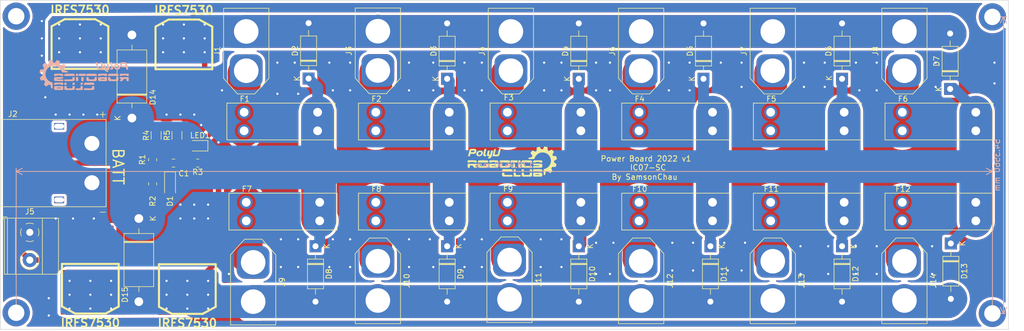
<source format=kicad_pcb>
(kicad_pcb (version 20211014) (generator pcbnew)
  (layers (0 "F.Cu" signal) (31 "B.Cu" signal) (34 "B.Paste" user) (35 "F.Paste" user) (36 "B.SilkS" user "B.Silkscreen") (37 "F.SilkS" user "F.Silkscreen") (38 "B.Mask" user) (39 "F.Mask" user) (44 "Edge.Cuts" user))
  (net 0 "")
  (net 1 "Net-(C1-Pad1)")
  (net 2 "/SW_NC")
  (net 3 "-BATT")
  (net 4 "Net-(F1-Pad1)")
  (net 5 "+24V")
  (net 6 "Net-(F2-Pad1)")
  (net 7 "Net-(F3-Pad1)")
  (net 8 "Net-(F4-Pad1)")
  (net 9 "Net-(F5-Pad1)")
  (net 10 "Net-(F6-Pad1)")
  (net 11 "Net-(F7-Pad1)")
  (net 12 "Net-(F8-Pad1)")
  (net 13 "Net-(F9-Pad1)")
  (net 14 "Net-(F10-Pad1)")
  (net 15 "GND")
  (net 16 "Net-(LED1-Pad2)")
  (net 17 "Net-(F11-Pad1)")
  (net 18 "Net-(F12-Pad1)")
  (footprint "Capacitor_SMD:C_0805_2012Metric_Pad1.18x1.45mm_HandSolder" (layer "F.Cu") (at 97.155 78.74 180)
    (fp_text reference "C1")
    (fp_text value "1uF")
  )
  (footprint "Resistor_SMD:R_1206_3216Metric_Pad1.30x1.75mm_HandSolder" (layer "F.Cu") (at 97.79 73.66 90)
    (fp_text reference "R5")
    (fp_text value "16.5K")
  )
  (footprint "LED_SMD:LED_0805_2012Metric_Pad1.15x1.40mm_HandSolder" (layer "F.Cu") (at 101.6 75.565 180)
    (fp_text reference "LED1")
    (fp_text value "power")
  )
  (footprint "Diode_THT:D_DO-41_SOD81_P10.16mm_Horizontal" (layer "F.Cu") (at 171.45 93.98 -90)
    (fp_text reference "D10")
    (fp_text value "1N4001")
  )
  (footprint "Connector_AMASS:AMASS_XT60-F_1x02_P7.20mm_Vertical" (layer "F.Cu") (at 182.88 61.81 90)
    (fp_text reference "J6")
    (fp_text value "XT60_F")
  )
  (footprint "Connector_AMASS:AMASS_XT60-F_1x02_P7.20mm_Vertical" (layer "F.Cu") (at 158.75 96.52 -90)
    (fp_text reference "J11")
    (fp_text value "XT60_F")
  )
  (footprint "PolyuRobotics:FUSE_3557-2" (layer "F.Cu") (at 165.1 71.12)
    (fp_text reference "F3")
    (fp_text value "3557-2")
  )
  (footprint "Diode_THT:D_DO-41_SOD81_P10.16mm_Horizontal" (layer "F.Cu") (at 219.71 93.98 -90)
    (fp_text reference "D12")
    (fp_text value "1N4001")
  )
  (footprint "PolyuRobotics:Club_logo" (layer "F.Cu") (at 159.385 78.74)
    (fp_text reference "G***" hide)
    (fp_text value "LOGO" hide)
  )
  (footprint "Resistor_SMD:R_0805_2012Metric_Pad1.20x1.40mm_HandSolder" (layer "F.Cu") (at 101.6 78.74 180)
    (fp_text reference "R3")
    (fp_text value "1K")
  )
  (footprint "Diode_SMD:D_SOD-123F" (layer "F.Cu") (at 96.52 82.55 -90)
    (fp_text reference "D1")
    (fp_text value "Zener")
  )
  (footprint "Connector_AMASS:AMASS_XT60-F_1x02_P7.20mm_Vertical" (layer "F.Cu") (at 231.14 96.73 -90)
    (fp_text reference "J14")
    (fp_text value "XT60_F")
  )
  (footprint "PolyuRobotics:FUSE_3557-2" (layer "F.Cu") (at 189.23 87.63)
    (fp_text reference "F10")
    (fp_text value "3557-2")
  )
  (footprint "Connector_AMASS:AMASS_XT60-F_1x02_P7.20mm_Vertical" (layer "F.Cu") (at 134.62 61.766 90)
    (fp_text reference "J3")
    (fp_text value "XT60_F")
  )
  (footprint "Diode_THT:D_DO-41_SOD81_P10.16mm_Horizontal" (layer "F.Cu") (at 123.19 93.98 -90)
    (fp_text reference "D8")
    (fp_text value "1N4001")
  )
  (footprint "Diode_THT:D_DO-41_SOD81_P10.16mm_Horizontal" (layer "F.Cu") (at 147.32 93.98 -90)
    (fp_text reference "D9")
    (fp_text value "1N4001")
  )
  (footprint "PolyuRobotics:FUSE_3557-2" (layer "F.Cu") (at 165.1 87.63)
    (fp_text reference "F9")
    (fp_text value "3557-2")
  )
  (footprint "Connector_AMASS:AMASS_XT60-F_1x02_P7.20mm_Vertical" (layer "F.Cu") (at 111.76 96.94 -90)
    (fp_text reference "J9")
    (fp_text value "XT60_F")
  )
  (footprint "Diode_THT:D_DO-41_SOD81_P10.16mm_Horizontal" (layer "F.Cu") (at 171.45 63.29 90)
    (fp_text reference "D4")
    (fp_text value "1N4001")
  )
  (footprint "PolyuRobotics:FUSE_3557-2" (layer "F.Cu") (at 140.97 71.12)
    (fp_text reference "F2")
    (fp_text value "3557-2")
  )
  (footprint "PolyuRobotics:FUSE_3557-2" (layer "F.Cu") (at 140.97 87.63)
    (fp_text reference "F8")
    (fp_text value "3557-2")
  )
  (footprint "sparkparts:D2PAK-7-GDS" (layer "F.Cu") (at 99.695 96.58096 180)
    (fp_text reference "Q3" hide)
    (fp_text value "IRFS7530")
  )
  (footprint "Connector_AMASS:AMASS_XT60-F_1x02_P7.20mm_Vertical" (layer "F.Cu") (at 110.49 61.81 90)
    (fp_text reference "J1")
    (fp_text value "XT60_F")
  )
  (footprint "Diode_THT:D_DO-41_SOD81_P10.16mm_Horizontal" (layer "F.Cu") (at 239.522 65.151 90)
    (fp_text reference "D7")
    (fp_text value "1N4001")
  )
  (footprint "PolyuRobotics:FUSE_3557-2" (layer "F.Cu") (at 116.84 71.12)
    (fp_text reference "F1")
    (fp_text value "3557-2")
  )
  (footprint "sparkparts:D2PAK-7-GDS" (layer "F.Cu") (at 99.06 62.23)
    (fp_text reference "Q4" hide)
    (fp_text value "IRFS7530")
  )
  (footprint "Connector_AMASS:AMASS_XT60-F_1x02_P7.20mm_Vertical" (layer "F.Cu") (at 159.004 61.81 90)
    (fp_text reference "J4")
    (fp_text value "XT60_F")
  )
  (footprint "PolyuRobotics:FUSE_3557-2" (layer "F.Cu") (at 117.225 87.63)
    (fp_text reference "F7")
    (fp_text value "3557-2")
  )
  (footprint "PolyuRobotics:XT60PW-M20" (layer "F.Cu") (at 76.2 78.74 180)
    (fp_text reference "J2")
    (fp_text value "XT60_Male")
  )
  (footprint "PolyuRobotics:FUSE_3557-2" (layer "F.Cu") (at 213.36 87.63)
    (fp_text reference "F11")
    (fp_text value "3557-2")
  )
  (footprint "Connector_AMASS:AMASS_XT60-F_1x02_P7.20mm_Vertical" (layer "F.Cu") (at 207.01 61.81 90)
    (fp_text reference "J7")
    (fp_text value "XT60_F")
  )
  (footprint "Diode_THT:D_DO-41_SOD81_P10.16mm_Horizontal" (layer "F.Cu") (at 239.649 93.472 -90)
    (fp_text reference "D13")
    (fp_text value "1N4001")
  )
  (footprint "Diode_THT:D_DO-201AD_P15.24mm_Horizontal" (layer "F.Cu") (at 90.805 88.9 -90)
    (fp_text reference "D15")
    (fp_text value "1N5408")
  )
  (footprint "Connector_AMASS:AMASS_XT60-F_1x02_P7.20mm_Vertical" (layer "F.Cu") (at 134.62 96.73 -90)
    (fp_text reference "J10")
    (fp_text value "XT60_F")
  )
  (footprint "Diode_THT:D_DO-201AD_P15.24mm_Horizontal" (layer "F.Cu") (at 89.535 70.485 90)
    (fp_text reference "D14")
    (fp_text value "1N5408")
  )
  (footprint "PolyuRobotics:FUSE_3557-2" (layer "F.Cu") (at 189.23 71.12)
    (fp_text reference "F4")
    (fp_text value "3557-2")
  )
  (footprint "Connector_AMASS:AMASS_XT60-F_1x02_P7.20mm_Vertical" (layer "F.Cu") (at 231.14 61.81 90)
    (fp_text reference "J8")
    (fp_text value "XT60_F")
  )
  (footprint "PolyuRobotics:FUSE_3557-2" (layer "F.Cu") (at 237.49 71.12)
    (fp_text reference "F6")
    (fp_text value "3557-2")
  )
  (footprint "Diode_THT:D_DO-41_SOD81_P10.16mm_Horizontal" (layer "F.Cu") (at 195.58 93.98 -90)
    (fp_text reference "D11")
    (fp_text value "1N4001")
  )
  (footprint "sparkparts:D2PAK-7-GDS" (layer "F.Cu") (at 81.915 96.52 180)
    (fp_text reference "Q2" hide)
    (fp_text value "IRFS7530")
  )
  (footprint "Diode_THT:D_DO-41_SOD81_P10.16mm_Horizontal" (layer "F.Cu") (at 147.32 63.29 90)
    (fp_text reference "D3")
    (fp_text value "1N4001")
  )
  (footprint "Resistor_SMD:R_1206_3216Metric_Pad1.30x1.75mm_HandSolder" (layer "F.Cu") (at 93.98 73.66 90)
    (fp_text reference "R4")
    (fp_text value "16.5K")
  )
  (footprint "Diode_THT:D_DO-41_SOD81_P10.16mm_Horizontal" (layer "F.Cu") (at 194.31 63.29 90)
    (fp_text reference "D5")
    (fp_text value "1N4001")
  )
  (footprint "PolyuRobotics:FUSE_3557-2" (layer "F.Cu") (at 237.49 87.63)
    (fp_text reference "F12")
    (fp_text value "3557-2")
  )
  (footprint "Connector_AMASS:AMASS_XT60-F_1x02_P7.20mm_Vertical" (layer "F.Cu") (at 207.01 96.73 -90)
    (fp_text reference "J13")
    (fp_text value "XT60_F")
  )
  (footprint "Resistor_SMD:R_0805_2012Metric_Pad1.20x1.40mm_HandSolder" (layer "F.Cu") (at 93.345 82.55 -90)
    (fp_text reference "R2")
    (fp_text value "400k")
  )
  (footprint "Resistor_SMD:R_0805_2012Metric_Pad1.20x1.40mm_HandSolder" (layer "F.Cu") (at 93.345 78.105 -90)
    (fp_text reference "R1")
    (fp_text value "1.5M")
  )
  (footprint "PolyuRobotics:FUSE_3557-2" (layer "F.Cu") (at 213.36 71.12)
    (fp_text reference "F5")
    (fp_text value "3557-2")
  )
  (footprint "sparkparts:D2PAK-7-GDS" (layer "F.Cu") (at 80.01 62.16904)
    (fp_text reference "Q1" hide)
    (fp_text value "IRFS7530")
  )
  (footprint "TerminalBlock_Phoenix:TerminalBlock_Phoenix_MKDS-1,5-2-5.08_1x02_P5.08mm_Horizontal" (layer "F.Cu") (at 70.815 91.435 -90)
    (fp_text reference "J5")
    (fp_text value "Screw_Terminal_01x02")
  )
  (footprint "Diode_THT:D_DO-41_SOD81_P10.16mm_Horizontal" (layer "F.Cu") (at 219.71 63.29 90)
    (fp_text reference "D6")
    (fp_text value "1N4001")
  )
  (footprint "Diode_THT:D_DO-41_SOD81_P10.16mm_Horizontal" (layer "F.Cu") (at 121.92 63.246 90)
    (fp_text reference "D2")
    (fp_text value "1N4001")
  )
  (footprint "Connector_AMASS:AMASS_XT60-F_1x02_P7.20mm_Vertical" (layer "F.Cu") (at 182.88 96.73 -90)
    (fp_text reference "J12")
    (fp_text value "XT60_F")
  )
  (footprint "PolyuRobotics:Club_logo" (layer "B.Cu") (at 80.645 62.865 180)
    (fp_text reference "G***" hide)
    (fp_text value "LOGO" hide)
  )
  (gr_line (start 250.19 48.895) (end 250.19 109.22) (layer "Edge.Cuts") (width 0.1))
  (gr_line (start 65.405 109.22) (end 65.405 48.895) (layer "Edge.Cuts") (width 0.1))
  (gr_line (start 250.19 109.22) (end 65.405 109.22) (layer "Edge.Cuts") (width 0.1))
  (gr_line (start 66.675 48.895) (end 250.19 48.895) (layer "Edge.Cuts") (width 0.1))
  (gr_line (start 65.405 48.895) (end 66.675 48.895) (layer "Edge.Cuts") (width 0.1))
  (gr_text "By SamsonChau" (at 183.515 81.28) (layer "F.SilkS") (effects (font (size 1 1))))
  (gr_text "BATT" (at 86.995 79.375 270) (layer "F.SilkS") (effects (font (size 2 2) (thickness 0.25))))
  (gr_text "Power Board 2022 v1 \nIC07-SC" (at 184.15 78.74) (layer "F.SilkS") (effects (font (size 1 1))))
  (dimension (type aligned) (layer "B.SilkS") (pts (xy 247.269 106.299) (xy 68.326 106.299)) (height 26.034999) (gr_text "178.9430 mm" (at 157.7975 79.114001) (layer "B.SilkS") (effects (font (size 1 1) (thickness 0.15)) (justify mirror))) (format (units 3) (units_format 1) (precision 4)) (style (thickness 0.15) (arrow_length 1.27) (text_position_mode 0) (extension_height 0.58642) (extension_offset 0.5) keep_text_aligned))
  (dimension (type aligned) (layer "B.SilkS") (pts (xy 247.269 51.943) (xy 247.269 106.299)) (height -2.032) (gr_text "54.3560 mm" (at 248.151 79.121 90) (layer "B.SilkS") (effects (font (size 1 1) (thickness 0.15)) (justify mirror))) (format (units 3) (units_format 1) (precision 4)) (style (thickness 0.15) (arrow_length 1.27) (text_position_mode 0) (extension_height 0.58642) (extension_offset 0.5) keep_text_aligned))
  (via (at 247.269 51.943) (size 5) (drill 3) (layers "F.Cu" "B.Cu") (net 0))
  (via (at 68.326 106.172) (size 5) (drill 3) (layers "F.Cu" "B.Cu") (net 0))
  (via (at 68.326 51.816) (size 5) (drill 3) (layers "F.Cu" "B.Cu") (net 0))
  (via (at 247.269 106.299) (size 5) (drill 3) (layers "F.Cu" "B.Cu") (net 0))
  (segment (start 100.6 78.74) (end 98.1925 78.74) (width 1) (layer "F.Cu") (net 1))
  (segment (start 95.25 64.77) (end 95.25 66.93154) (width 1) (layer "F.Cu") (net 2))
  (segment (start 67.31 93.01) (end 70.815 96.515) (width 1) (layer "F.Cu") (net 2))
  (segment (start 76.2 66.87058) (end 74.49058 68.58) (width 1) (layer "F.Cu") (net 2))
  (segment (start 67.31 86.995) (end 67.31 93.01) (width 1) (layer "F.Cu") (net 2))
  (segment (start 71.12 81.28) (end 71.12 83.185) (width 1) (layer "F.Cu") (net 2))
  (segment (start 90.535 78.74) (end 73.66 78.74) (width 1) (layer "F.Cu") (net 2))
  (segment (start 86.16366 95.885) (end 102.235 95.885) (width 1) (layer "F.Cu") (net 2))
  (segment (start 93.98 63.5) (end 95.25 64.77) (width 1) (layer "F.Cu") (net 2))
  (segment (start 93.345 81.55) (end 90.535 78.74) (width 1) (layer "F.Cu") (net 2))
  (segment (start 93.745 81.15) (end 93.345 81.55) (width 1) (layer "F.Cu") (net 2))
  (segment (start 93.345 79.105) (end 93.345 81.55) (width 1) (layer "F.Cu") (net 2))
  (segment (start 74.49058 68.58) (end 72.39 68.58) (width 1) (layer "F.Cu") (net 2))
  (segment (start 71.12 69.85) (end 71.12 66.675) (width 1) (layer "F.Cu") (net 2))
  (segment (start 71.12 83.185) (end 67.31 86.995) (width 1) (layer "F.Cu") (net 2))
  (segment (start 71.12 81.28) (end 71.12 69.85) (width 1) (layer "F.Cu") (net 2))
  (segment (start 74.295 63.5) (end 76.835 63.5) (width 1) (layer "F.Cu") (net 2))
  (segment (start 96.1175 78.74) (end 96.1175 80.7475) (width 1) (layer "F.Cu") (net 2))
  (segment (start 96.1175 80.7475) (end 96.52 81.15) (width 1) (layer "F.Cu") (net 2))
  (segment (start 86.16366 95.885) (end 84.455 95.885) (width 1) (layer "F.Cu") (net 2))
  (segment (start 83.825 96.515) (end 70.815 96.515) (width 1) (layer "F.Cu") (net 2))
  (segment (start 84.455 95.885) (end 83.825 96.515) (width 1) (layer "F.Cu") (net 2))
  (segment (start 96.52 81.15) (end 93.745 81.15) (width 1) (layer "F.Cu") (net 2))
  (segment (start 71.12 66.675) (end 74.295 63.5) (width 1) (layer "F.Cu") (net 2))
  (segment (start 85.725 94.615) (end 84.455 95.885) (width 1) (layer "F.Cu") (net 2))
  (segment (start 72.39 68.58) (end 71.12 69.85) (width 1) (layer "F.Cu") (net 2))
  (segment (start 93.345 79.105) (end 95.7525 79.105) (width 1) (layer "F.Cu") (net 2))
  (segment (start 76.835 63.5) (end 93.98 63.5) (width 1) (layer "F.Cu") (net 2))
  (segment (start 76.835 63.5) (end 77.47 63.5) (width 1) (layer "F.Cu") (net 2))
  (segment (start 73.66 78.74) (end 71.12 81.28) (width 1) (layer "F.Cu") (net 2))
  (segment (start 102.235 95.885) (end 103.505 94.615) (width 1) (layer "F.Cu") (net 2))
  (segment (start 95.7525 79.105) (end 96.1175 78.74) (width 1) (layer "F.Cu") (net 2))
  (segment (start 103.505 94.615) (end 103.505 91.87942) (width 1) (layer "F.Cu") (net 2))
  (segment (start 85.725 91.81846) (end 85.725 94.615) (width 1) (layer "F.Cu") (net 2))
  (via (at 217.17 93.98) (size 0.8) (drill 0.4) (layers "F.Cu" "B.Cu") (net 3))
  (via (at 174.625 65.405) (size 0.8) (drill 0.4) (layers "F.Cu" "B.Cu") (net 3))
  (via (at 201.295 98.425) (size 0.8) (drill 0.4) (layers "F.Cu" "B.Cu") (net 3))
  (via (at 198.12 93.345) (size 0.8) (drill 0.4) (layers "F.Cu" "B.Cu") (net 3))
  (via (at 217.17 99.06) (size 0.8) (drill 0.4) (layers "F.Cu" "B.Cu") (net 3))
  (via (at 129.54 60.325) (size 0.8) (drill 0.4) (layers "F.Cu" "B.Cu") (net 3))
  (via (at 153.67 65.405) (size 0.8) (drill 0.4) (layers "F.Cu" "B.Cu") (net 3))
  (via (at 164.465 97.79) (size 0.8) (drill 0.4) (layers "F.Cu" "B.Cu") (net 3))
  (via (at 80.645 69.85) (size 0.8) (drill 0.4) (layers "F.Cu" "B.Cu") (net 3))
  (via (at 120.015 97.79) (size 0.8) (drill 0.4) (layers "F.Cu" "B.Cu") (net 3))
  (via (at 174.625 93.345) (size 0.8) (drill 0.4) (layers "F.Cu" "B.Cu") (net 3))
  (via (at 75.565 69.85) (size 0.8) (drill 0.4) (layers "F.Cu" "B.Cu") (net 3))
  (via (at 177.165 99.06) (size 0.8) (drill 0.4) (layers "F.Cu" "B.Cu") (net 3))
  (via (at 226.06 60.325) (size 0.8) (drill 0.4) (layers "F.Cu" "B.Cu") (net 3))
  (via (at 168.275 65.405) (size 0.8) (drill 0.4) (layers "F.Cu" "B.Cu") (net 3))
  (via (at 105.41 74.93) (size 0.8) (drill 0.4) (layers "F.Cu" "B.Cu") (net 3))
  (via (at 236.855 60.325) (size 0.8) (drill 0.4) (layers "F.Cu" "B.Cu") (net 3))
  (via (at 222.25 60.325) (size 0.8) (drill 0.4) (layers "F.Cu" "B.Cu") (net 3))
  (via (at 103.505 86.36) (size 0.8) (drill 0.4) (layers "F.Cu" "B.Cu") (net 3))
  (via (at 212.09 93.98) (size 0.8) (drill 0.4) (layers "F.Cu" "B.Cu") (net 3))
  (via (at 222.25 93.98) (size 0.8) (drill 0.4) (layers "F.Cu" "B.Cu") (net 3))
  (via (at 129.54 97.79) (size 0.8) (drill 0.4) (layers "F.Cu" "B.Cu") (net 3))
  (via (at 226.06 65.405) (size 0.8) (drill 0.4) (layers "F.Cu" "B.Cu") (net 3))
  (via (at 168.275 60.325) (size 0.8) (drill 0.4) (layers "F.Cu" "B.Cu") (net 3))
  (via (at 150.495 60.325) (size 0.8) (drill 0.4) (layers "F.Cu" "B.Cu") (net 3))
  (via (at 236.855 64.77) (size 0.8) (drill 0.4) (layers "F.Cu" "B.Cu") (net 3))
  (via (at 188.595 98.425) (size 0.8) (drill 0.4) (layers "F.Cu" "B.Cu") (net 3))
  (via (at 144.78 65.405) (size 0.8) (drill 0.4) (layers "F.Cu" "B.Cu") (net 3))
  (via (at 98.425 86.36) (size 0.8) (drill 0.4) (layers "F.Cu" "B.Cu") (net 3))
  (via (at 226.06 99.06) (size 0.8) (drill 0.4) (layers "F.Cu" "B.Cu") (net 3))
  (via (at 168.275 92.71) (size 0.8) (drill 0.4) (layers "F.Cu" "B.Cu") (net 3))
  (via (at 144.78 97.79) (size 0.8) (drill 0.4) (layers "F.Cu" "B.Cu") (net 3))
  (via (at 140.335 97.79) (size 0.8) (drill 0.4) (layers "F.Cu" "B.Cu") (net 3))
  (via (at 100.965 69.85) (size 0.8) (drill 0.4) (layers "F.Cu" "B.Cu") (net 3))
  (via (at 165.1 60.325) (size 0.8) (drill 0.4) (layers "F.Cu" "B.Cu") (net 3))
  (via (at 74.295 103.505) (size 0.8) (drill 0.4) (layers "F.Cu" "B.Cu") (net 3))
  (via (at 107.315 99.06) (size 0.8) (drill 0.4) (layers "F.Cu" "B.Cu") (net 3))
  (via (at 98.425 69.85) (size 0.8) (drill 0.4) (layers "F.Cu" "B.Cu") (net 3))
  (via (at 174.625 60.325) (size 0.8) (drill 0.4) (layers "F.Cu" "B.Cu") (net 3))
  (via (at 78.105 69.85) (size 0.8) (drill 0.4) (layers "F.Cu" "B.Cu") (net 3))
  (via (at 150.495 65.405) (size 0.8) (drill 0.4) (layers "F.Cu" "B.Cu") (net 3))
  (via (at 236.22 93.98) (size 0.8) (drill 0.4) (layers "F.Cu" "B.Cu") (net 3))
  (via (at 236.22 99.06) (size 0.8) (drill 0.4) (layers "F.Cu" "B.Cu") (net 3))
  (via (at 177.165 60.325) (size 0.8) (drill 0.4) (layers "F.Cu" "B.Cu") (net 3))
  (via (at 247.65 60.325) (size 0.8) (drill 0.4) (layers "F.Cu" "B.Cu") (net 3))
  (via (at 187.96 65.405) (size 0.8) (drill 0.4) (layers "F.Cu" "B.Cu") (net 3))
  (via (at 192.405 93.345) (size 0.8) (drill 0.4) (layers "F.Cu" "B.Cu") (net 3))
  (via (at 216.535 60.325) (size 0.8) (drill 0.4) (layers "F.Cu" "B.Cu") (net 3))
  (via (at 191.77 60.325) (size 0.8) (drill 0.4) (layers "F.Cu" "B.Cu") (net 3))
  (via (at 222.885 65.405) (size 0.8) (drill 0.4) (layers "F.Cu" "B.Cu") (net 3))
  (via (at 73.025 59.055) (size 0.8) (drill 0.4) (layers "F.Cu" "B.Cu") (net 3))
  (via (at 198.755 98.425) (size 0.8) (drill 0.4) (layers "F.Cu" "B.Cu") (net 3))
  (via (at 153.67 60.325) (size 0.8) (drill 0.4) (layers "F.Cu" "B.Cu") (net 3))
  (via (at 116.84 97.79) (size 0.8) (drill 0.4) (layers "F.Cu" "B.Cu") (net 3))
  (via (at 201.93 93.345) (size 0.8) (drill 0.4) (layers "F.Cu" "B.Cu") (net 3))
  (via (at 75.565 88.9) (size 0.8) (drill 0.4) (layers "F.Cu" "B.Cu") (net 3))
  (via (at 116.84 92.71) (size 0.8) (drill 0.4) (layers "F.Cu" "B.Cu") (net 3))
  (via (at 164.465 92.71) (size 0.8) (drill 0.4) (layers "F.Cu" "B.Cu") (net 3))
  (via (at 177.8 93.345) (size 0.8) (drill 0.4) (layers "F.Cu" "B.Cu") (net 3))
  (via (at 100.965 88.9) (size 0.8) (drill 0.4) (layers "F.Cu" "B.Cu") (net 3))
  (via (at 98.425 88.9) (size 0.8) (drill 0.4) (layers "F.Cu" "B.Cu") (net 3))
  (via (at 222.25 99.06) (size 0.8) (drill 0.4) (layers "F.Cu" "B.Cu") (net 3))
  (via (at 201.295 64.77) (size 0.8) (drill 0.4) (layers "F.Cu" "B.Cu") (net 3))
  (via (at 144.78 60.325) (size 0.8) (drill 0.4) (layers "F.Cu" "B.Cu") (net 3))
  (via (at 212.725 60.325) (size 0.8) (drill 0.4) (layers "F.Cu" "B.Cu") (net 3))
  (via (at 83.185 69.85) (size 0.8) (drill 0.4) (layers "F.Cu" "B.Cu") (net 3))
  (via (at 120.015 92.71) (size 0.8) (drill 0.4) (layers "F.Cu" "B.Cu") (net 3))
  (via (at 150.495 92.71) (size 0.8) (drill 0.4) (layers "F.Cu" "B.Cu") (net 3))
  (via (at 140.335 92.71) (size 0.8) (drill 0.4) (layers "F.Cu" "B.Cu") (net 3))
  (via (at 165.1 65.405) (size 0.8) (drill 0.4) (layers "F.Cu" "B.Cu") (net 3))
  (via (at 192.405 98.425) (size 0.8) (drill 0.4) (layers "F.Cu" "B.Cu") (net 3))
  (via (at 125.73 97.79) (size 0.8) (drill 0.4) (layers "F.Cu" "B.Cu") (net 3))
  (via (at 140.335 65.405) (size 0.8) (drill 0.4) (layers "F.Cu" "B.Cu") (net 3))
  (via (at 191.77 65.405) (size 0.8) (drill 0.4) (layers "F.Cu" "B.Cu") (net 3))
  (via (at 126.365 92.71) (size 0.8) (drill 0.4) (layers "F.Cu" "B.Cu") (net 3))
  (via (at 78.74 88.9) (size 0.8) (drill 0.4) (layers "F.Cu" "B.Cu") (net 3))
  (via (at 102.235 71.755) (size 0.8) (drill 0.4) (layers "F.Cu" "B.Cu") (net 3))
  (via (at 73.66 66.675) (size 0.8) (drill 0.4) (layers "F.Cu" "B.Cu") (net 3))
  (via (at 201.295 60.325) (size 0.8) (drill 0.4) (layers "F.Cu" "B.Cu") (net 3))
  (via (at 247.65 64.135) (size 0.8) (drill 0.4) (layers "F.Cu" "B.Cu") (net 3))
  (via (at 120.015 66.04) (size 0.8) (drill 0.4) (layers "F.Cu" "B.Cu") (net 3))
  (via (at 74.295 106.68) (size 0.8) (drill 0.4) (layers "F.Cu" "B.Cu") (net 3))
  (via (at 125.73 60.325) (size 0.8) (drill 0.4) (layers "F.Cu" "B.Cu") (net 3))
  (via (at 188.595 93.345) (size 0.8) (drill 0.4) (layers "F.Cu" "B.Cu") (net 3))
  (via (at 103.505 88.9) (size 0.8) (drill 0.4) (layers "F.Cu" "B.Cu") (net 3))
  (via (at 197.485 60.325) (size 0.8) (drill 0.4) (layers "F.Cu" "B.Cu") (net 3))
  (via (at 116.205 66.04) (size 0.8) (drill 0.4) (layers "F.Cu" "B.Cu") (net 3))
  (via (at 140.335 60.325) (size 0.8) (drill 0.4) (layers "F.Cu" "B.Cu") (net 3))
  (via (at 150.495 97.79) (size 0.8) (drill 0.4) (layers "F.Cu" "B.Cu") (net 3))
  (via (at 153.67 97.79) (size 0.8) (drill 0.4) (layers "F.Cu" "B.Cu") (net 3))
  (via (at 82.55 88.9) (size 0.8) (drill 0.4) (layers "F.Cu" "B.Cu") (net 3))
  (via (at 144.145 92.71) (size 0.8) (drill 0.4) (layers "F.Cu" "B.Cu") (net 3))
  (via (at 174.625 99.06) (size 0.8) (drill 0.4) (layers "F.Cu" "B.Cu") (net 3))
  (via (at 73.025 55.88) (size 0.8) (drill 0.4) (layers "F.Cu" "B.Cu") (net 3))
  (via (at 119.38 60.325) (size 0.8) (drill 0.4) (layers "F.Cu" "B.Cu") (net 3))
  (via (at 177.165 65.405) (size 0.8) (drill 0.4) (layers "F.Cu" "B.Cu") (net 3))
  (via (at 216.535 64.77) (size 0.8) (drill 0.4) (layers "F.Cu" "B.Cu") (net 3))
  (via (at 212.725 64.77) (size 0.8) (drill 0.4) (layers "F.Cu" "B.Cu") (net 3))
  (via (at 100.965 86.36) (size 0.8) (drill 0.4) (layers "F.Cu" "B.Cu") (net 3))
  (via (at 187.96 60.325) (size 0.8) (drill 0.4) (layers "F.Cu" "B.Cu") (net 3))
  (via (at 212.09 99.06) (size 0.8) (drill 0.4) (layers "F.Cu" "B.Cu") (net 3))
  (via (at 153.67 92.71) (size 0.8) (drill 0.4) (layers "F.Cu" "B.Cu") (net 3))
  (via (at 106.045 65.405) (size 0.8) (drill 0.4) (layers "F.Cu" "B.Cu") (net 3))
  (via (at 73.025 52.705) (size 0.8) (drill 0.4) (layers "F.Cu" "B.Cu") (net 3))
  (via (at 126.365 65.405) (size 0.8) (drill 0.4) (layers "F.Cu" "B.Cu") (net 3))
  (via (at 226.06 93.98) (size 0.8) (drill 0.4) (layers "F.Cu" "B.Cu") (net 3))
  (via (at 168.275 97.79) (size 0.8) (drill 0.4) (layers "F.Cu" "B.Cu") (net 3))
  (via (at 95.885 69.85) (size 0.8) (drill 0.4) (layers "F.Cu" "B.Cu") (net 3))
  (via (at 116.205 60.325) (size 0.8) (drill 0.4) (layers "F.Cu" "B.Cu") (net 3))
  (via (at 129.54 92.71) (size 0.8) (drill 0.4) (layers "F.Cu" "B.Cu") (net 3))
  (via (at 73.025 62.23) (size 0.8) (drill 0.4) (layers "F.Cu" "B.Cu") (net 3))
  (via (at 129.54 65.405) (size 0.8) (drill 0.4) (layers "F.Cu" "B.Cu") (net 3))
  (segment (start 110.105 72.82) (end 110.105 62.195) (width 6) (layer "F.Cu") (net 4))
  (segment (start 110.105 62.195) (end 110.49 61.81) (width 6) (layer "F.Cu") (net 4))
  (segment (start 244.225 69.42) (end 244.225 89.33) (width 6) (layer "F.Cu") (net 5))
  (segment (start 97.79 75.21) (end 93.98 75.21) (width 1) (layer "F.Cu") (net 5))
  (segment (start 123.575 88.945) (end 123.96 89.33) (width 6) (layer "F.Cu") (net 5))
  (segment (start 93.345 77.105) (end 93.345 75.845) (width 1) (layer "F.Cu") (net 5))
  (segment (start 93.91 75.14) (end 82.2 75.14) (width 1) (layer "F.Cu") (net 5))
  (segment (start 195.965 69.42) (end 195.965 89.33) (width 6) (layer "F.Cu") (net 5))
  (segment (start 123.575 69.42) (end 123.575 72.82) (width 2) (layer "F.Cu") (net 5))
  (segment (start 171.835 69.42) (end 171.835 89.33) (width 6) (layer "F.Cu") (net 5))
  (segment (start 93.345 75.845) (end 93.98 75.21) (width 1) (layer "F.Cu") (net 5))
  (segment (start 171.835 85.975) (end 171.835 93.595) (width 2) (layer "F.Cu") (net 5))
  (segment (start 123.575 69.42) (end 123.575 88.945) (width 6) (layer "F.Cu") (net 5))
  (segment (start 220.095 69.42) (end 220.095 89.33) (width 6) (layer "F.Cu") (net 5))
  (segment (start 147.705 69.42) (end 147.705 89.33) (width 6) (layer "F.Cu") (net 5))
  (segment (start 171.835 93.595) (end 171.45 93.98) (width 2) (layer "F.Cu") (net 5))
  (segment (start 93.98 75.21) (end 93.91 75.14) (width 1) (layer "F.Cu") (net 5))
  (segment (start 147.705 72.82) (end 147.705 63.675) (width 2) (layer "B.Cu") (net 5))
  (segment (start 239.649 93.472) (end 243.84 89.281) (width 2) (layer "B.Cu") (net 5))
  (segment (start 171.835 77.855) (end 173.355 79.375) (width 4) (layer "B.Cu") (net 5))
  (segment (start 243.84 89.281) (end 243.84 86.315) (width 2) (layer "B.Cu") (net 5))
  (segment (start 171.45 63.29) (end 171.45 72.435) (width 2) (layer "B.Cu") (net 5))
  (segment (start 124.305489 79.529511) (end 124.46 79.375) (width 8) (layer "B.Cu") (net 5))
  (segment (start 171.45 86.315) (end 171.835 85.93) (width 2) (layer "B.Cu") (net 5))
  (segment (start 171.835 89.33) (end 171.835 83.57) (width 6) (layer "B.Cu") (net 5))
  (segment (start 123.575 78.49) (end 124.46 79.375) (width 6) (layer "B.Cu") (net 5))
  (segment (start 194.31 63.29) (end 194.31 71.165) (width 2) (layer "B.Cu") (net 5))
  (segment (start 219.71 63.29) (end 219.71 72.435) (width 2) (layer "B.Cu") (net 5))
  (segment (start 195.965 79.125) (end 196.215 79.375) (width 6) (layer "B.Cu") (net 5))
  (segment (start 123.575 64.901) (end 121.92 63.246) (width 2) (layer "B.Cu") (net 5))
  (segment (start 243.84 86.315) (end 244.225 85.93) (width 2) (layer "B.Cu") (net 5))
  (segment (start 244.225 80.395) (end 243.205 79.375) (width 6) (layer "B.Cu") (net 5))
  (segment (start 171.835 69.42) (end 171.835 77.22) (width 6) (layer "B.Cu") (net 5))
  (segment (start 147.705 85.93) (end 147.705 93.595) (width 2) (layer "B.Cu") (net 5))
  (segment (start 171.45 72.435) (end 171.835 72.82) (width 2) (layer "B.Cu") (net 5))
  (segment (start 147.705 63.675) (end 147.32 63.29) (width 2) (layer "B.Cu") (net 5))
  (segment (start 195.58 86.315) (end 195.965 85.93) (width 2) (layer "B.Cu") (net 5))
  (segment (start 219.71 79.375) (end 243.205 79.375) (width 6) (layer "B.Cu") (net 5))
  (segment (start 124.46 79.375) (end 149.86 79.375) (width 6) (layer "B.Cu") (net 5))
  (segment (start 220.095 89.33) (end 220.095 79.76) (width 6) (layer "B.Cu") (net 5))
  (segment (start 98.750797 79.529511) (end 91.594511 86.685797) (width 8) (layer "B.Cu") (net 5))
  (segment (start 89.96 75.14) (end 99.115308 75.14) (width 8) (layer "B.Cu") (net 5))
  (segment (start 123.96 89.33) (end 123.96 79.875) (width 4) (layer "B.Cu") (net 5))
  (segment (start 89.535 70.485) (end 89.535 87.63) (width 8) (layer "B.Cu") (net 5))
  (segment (start 147.705 77.22) (end 149.86 79.375) (width 4) (layer "B.Cu") (net 5))
  (segment (start 123.96 89.33) (end 123.96 78.875) (width 6) (layer "B.Cu") (net 5))
  (segment (start 147.705 89.33) (end 147.705 81.53) (width 4) (layer "B.Cu") (net 5))
  (segment (start 220.095 69.42) (end 220.095 78.99) (width 6) (layer "B.Cu") (net 5))
  (segment (start 243.84 68.707) (end 243.84 72.435) (width 2) (layer "B.Cu") (net 5))
  (segment (start 103.504819 79.529511) (end 98.750797 79.529511) (width 8) (layer "B.Cu") (net 5))
  (segment (start 123.96 93.21) (end 123.19 93.98) (width 2) (layer "B.Cu") (net 5))
  (segment (start 91.594511 86.685797) (end 91.594511 88.9) (width 8) (layer "B.Cu") (net 5))
  (segment (start 219.71 72.435) (end 220.095 72.82) (width 2) (layer "B.Cu") (net 5))
  (segment (start 240.284 65.151) (end 243.84 68.707) (width 2) (layer "B.Cu") (net 5))
  (segment (start 103.504819 79.529511) (end 124.305489 79.529511) (width 8) (layer "B.Cu") (net 5))
  (segment (start 171.835 80.895) (end 173.355 79.375) (width 6) (layer "B.Cu") (net 5))
  (segment (start 171.835 83.57) (end 171.835 80.895) (width 4) (layer "B.Cu") (net 5))
  (segment (start 147.705 69.42) (end 147.705 77.22) (width 6) (layer "B.Cu") (net 5))
  (segment (start 243.84 72.435) (end 244.225 72.82) (width 2) (layer "B.Cu") (net 5))
  (segment (start 147.705 89.33) (end 147.705 77.22) (width 6) (layer "B.Cu") (net 5))
  (segment (start 82.2 75.14) (end 89.96 75.14) (width 8) (layer "B.Cu") (net 5))
  (segment (start 196.215 79.375) (end 219.71 79.375) (width 6) (layer "B.Cu") (net 5))
  (segment (start 219.71 93.98) (end 219.71 86.315) (width 2) (layer "B.Cu") (net 5))
  (segment (start 220.095 78.99) (end 219.71 79.375) (width 6) (layer "B.Cu") (net 5))
  (segment (start 244.225 69.42) (end 244.225 78.355) (width 6) (layer "B.Cu") (net 5))
  (segment (start 123.96 78.875) (end 123.575 78.49) (width 6) (layer "B.Cu") (net 5))
  (segment (start 171.45 93.98) (end 171.45 86.315) (width 2) (layer "B.Cu") (net 5))
  (segment (start 91.594511 88.110489) (end 91.594511 86.685797) (width 8) (layer "B.Cu") (net 5))
  (segment (start 244.225 89.33) (end 244.225 80.395) (width 6) (layer "B.Cu") (net 5))
  (segment (start 195.965 79.625) (end 196.215 79.375) (width 6) (layer "B.Cu") (net 5))
  (segment (start 171.835 77.22) (end 171.835 77.855) (width 4) (layer "B.Cu") (net 5))
  (segment (start 89.535 87.63) (end 90.805 88.9) (width 8) (layer "B.Cu") (net 5))
  (segment (start 194.31 71.165) (end 195.965 72.82) (width 2) (layer "B.Cu") (net 5))
  (segment (start 171.835 89.33) (end 171.835 80.895) (width 6) (layer "B.Cu") (net 5))
  (segment (start 123.575 72.82) (end 123.575 64.901) (width 2) (layer "B.Cu") (net 5))
  (segment (start 99.115308 75.14) (end 103.504819 79.529511) (width 8) (layer "B.Cu") (net 5))
  (segment (start 195.965 69.42) (end 195.965 79.125) (width 6) (layer "B.Cu") (net 5))
  (segment (start 89.535 74.715) (end 89.96 75.14) (width 8) (layer "B.Cu") (net 5))
  (segment (start 147.705 93.595) (end 147.32 93.98) (width 2) (layer "B.Cu") (net 5))
  (segment (start 123.575 69.42) (end 123.575 78.49) (width 6) (layer "B.Cu") (net 5))
  (segment (start 90.805 88.9) (end 91.594511 88.110489) (width 8) (layer "B.Cu") (net 5))
  (segment (start 147.705 81.53) (end 149.86 79.375) (width 4) (layer "B.Cu") (net 5))
  (segment (start 195.965 89.33) (end 195.965 79.625) (width 6) (layer "B.Cu") (net 5))
  (segment (start 173.355 79.375) (end 196.215 79.375) (width 6) (layer "B.Cu") (net 5))
  (segment (start 220.095 79.76) (end 219.71 79.375) (width 6) (layer "B.Cu") (net 5))
  (segment (start 219.71 86.315) (end 220.095 85.93) (width 2) (layer "B.Cu") (net 5))
  (segment (start 244.225 78.355) (end 243.205 79.375) (width 6) (layer "B.Cu") (net 5))
  (segment (start 195.58 93.98) (end 195.58 86.315) (width 2) (layer "B.Cu") (net 5))
  (segment (start 123.96 79.875) (end 124.46 79.375) (width 4) (layer "B.Cu") (net 5))
  (segment (start 149.86 79.375) (end 173.355 79.375) (width 6) (layer "B.Cu") (net 5))
  (segment (start 89.535 70.485) (end 89.535 74.715) (width 8) (layer "B.Cu") (net 5))
  (segment (start 239.522 65.151) (end 240.284 65.151) (width 2) (layer "B.Cu") (net 5))
  (segment (start 123.96 85.93) (end 123.96 93.21) (width 2) (layer "B.Cu") (net 5))
  (segment (start 134.235 72.82) (end 134.235 62.151) (width 6) (layer "F.Cu") (net 6))
  (segment (start 134.235 62.151) (end 134.62 61.766) (width 6) (layer "F.Cu") (net 6))
  (segment (start 158.365 72.82) (end 158.365 62.449) (width 6) (layer "F.Cu") (net 7))
  (segment (start 158.365 62.449) (end 159.004 61.81) (width 6) (layer "F.Cu") (net 7))
  (segment (start 182.495 72.82) (end 182.495 62.195) (width 6) (layer "F.Cu") (net 8))
  (segment (start 182.495 62.195) (end 182.88 61.81) (width 6) (layer "F.Cu") (net 8))
  (segment (start 206.625 62.195) (end 207.01 61.81) (width 6) (layer "F.Cu") (net 9))
  (segment (start 206.625 72.82) (end 206.625 62.195) (width 6) (layer "F.Cu") (net 9))
  (segment (start 230.755 62.195) (end 231.14 61.81) (width 6) (layer "F.Cu") (net 10))
  (segment (start 230.755 69.42) (end 230.755 62.195) (width 6) (layer "F.Cu") (net 10))
  (segment (start 230.755 72.82) (end 230.755 69.42) (width 6) (layer "F.Cu") (net 10))
  (segment (start 110.49 95.67) (end 111.76 96.94) (width 6) (layer "F.Cu") (net 11))
  (segment (start 110.49 85.93) (end 110.49 95.67) (width 6) (layer "F.Cu") (net 11))
  (segment (start 134.235 96.345) (end 134.62 96.73) (width 6) (layer "F.Cu") (net 12))
  (segment (start 134.235 85.93) (end 134.235 96.345) (width 6) (layer "F.Cu") (net 12))
  (segment (start 158.365 96.135) (end 158.75 96.52) (width 6) (layer "F.Cu") (net 13))
  (segment (start 158.365 85.93) (end 158.365 96.135) (width 6) (layer "F.Cu") (net 13))
  (segment (start 182.495 96.345) (end 182.88 96.73) (width 6) (layer "F.Cu") (net 14))
  (segment (start 182.495 85.93) (end 182.495 96.345) (width 6) (layer "F.Cu") (net 14))
  (segment (start 102.87 58.42) (end 102.87 61.976) (width 1) (layer "F.Cu") (net 15))
  (segment (start 100.77958 54.61) (end 99.06 56.32958) (width 6) (layer "F.Cu") (net 15))
  (segment (start 102.625 78.715) (end 102.6 78.74) (width 1) (layer "F.Cu") (net 15))
  (segment (start 105.41 81.55) (end 102.6 78.74) (width 1) (layer "F.Cu") (net 15))
  (segment (start 239.141 104.14) (end 239.649 103.632) (width 6) (layer "F.Cu") (net 15))
  (segment (start 105.41 96.52) (end 105.41 81.55) (width 1) (layer "F.Cu") (net 15))
  (segment (start 102.625 75.565) (end 102.625 78.715) (width 1) (layer "F.Cu") (net 15))
  (segment (start 102.87 61.976) (end 104.775 63.881) (width 1) (layer "F.Cu") (net 15))
  (segment (start 239.141 54.61) (end 239.522 54.991) (width 6) (layer "F.Cu") (net 15))
  (segment (start 103.505 98.425) (end 105.41 96.52) (width 1) (layer "F.Cu") (net 15))
  (segment (start 102.625 74.54) (end 102.625 75.565) (width 1) (layer "F.Cu") (net 15))
  (segment (start 104.775 72.39) (end 102.625 74.54) (width 1) (layer "F.Cu") (net 15))
  (segment (start 104.775 63.881) (end 104.775 72.39) (width 1) (layer "F.Cu") (net 15))
  (segment (start 103.505 100.33) (end 103.505 98.425) (width 1) (layer "F.Cu") (net 15))
  (segment (start 111.76 104.14) (end 239.141 104.14) (width 6) (layer "F.Cu") (net 15))
  (segment (start 110.49 54.61) (end 239.141 54.61) (width 6) (layer "F.Cu") (net 15))
  (via (at 95.25 58.42) (size 0.8) (drill 0.4) (layers "F.Cu" "B.Cu") (net 15))
  (via (at 95.885 102.87) (size 0.8) (drill 0.4) (layers "F.Cu" "B.Cu") (net 15))
  (via (at 78.105 105.41) (size 0.8) (drill 0.4) (layers "F.Cu" "B.Cu") (net 15))
  (via (at 83.82 58.42) (size 0.8) (drill 0.4) (layers "F.Cu" "B.Cu") (net 15))
  (via (at 103.505 100.33) (size 0.8) (drill 0.4) (layers "F.Cu" "B.Cu") (net 15))
  (via (at 83.82 53.34) (size 0.8) (drill 0.4) (layers "F.Cu" "B.Cu") (net 15))
  (via (at 99.695 105.41) (size 0.8) (drill 0.4) (layers "F.Cu" "B.Cu") (net 15))
  (via (at 85.725 102.87) (size 0.8) (drill 0.4) (layers "F.Cu" "B.Cu") (net 15))
  (via (at 78.105 100.33) (size 0.8) (drill 0.4) (layers "F.Cu" "B.Cu") (net 15))
  (via (at 83.82 55.88) (size 0.8) (drill 0.4) (layers "F.Cu" "B.Cu") (net 15))
  (via (at 99.695 100.33) (size 0.8) (drill 0.4) (layers "F.Cu" "B.Cu") (net 15))
  (via (at 80.01 53.34) (size 0.8) (drill 0.4) (layers "F.Cu" "B.Cu") (net 15))
  (via (at 80.01 55.88) (size 0.8) (drill 0.4) (layers "F.Cu" "B.Cu") (net 15))
  (via (at 99.06 53.34) (size 0.8) (drill 0.4) (layers "F.Cu" "B.Cu") (net 15))
  (via (at 99.695 102.87) (size 0.8) (drill 0.4) (layers "F.Cu" "B.Cu") (net 15))
  (via (at 81.915 105.41) (size 0.8) (drill 0.4) (layers "F.Cu" "B.Cu") (net 15))
  (via (at 81.915 102.87) (size 0.8) (drill 0.4) (layers "F.Cu" "B.Cu") (net 15))
  (via (at 76.2 58.42) (size 0.8) (drill 0.4) (layers "F.Cu" "B.Cu") (net 15))
  (via (at 76.2 55.88) (size 0.8) (drill 0.4) (layers "F.Cu" "B.Cu") (net 15))
  (via (at 102.87 58.42) (size 0.8) (drill 0.4) (layers "F.Cu" "B.Cu") (net 15))
  (via (at 95.885 105.41) (size 0.8) (drill 0.4) (layers "F.Cu" "B.Cu") (net 15))
  (via (at 102.87 55.88) (size 0.8) (drill 0.4) (layers "F.Cu" "B.Cu") (net 15))
  (via (at 95.885 100.33) (size 0.8) (drill 0.4) (layers "F.Cu" "B.Cu") (net 15))
  (via (at 95.25 53.34) (size 0.8) (drill 0.4) (layers "F.Cu" "B.Cu") (net 15))
  (via (at 81.915 100.33) (size 0.8) (drill 0.4) (layers "F.Cu" "B.Cu") (net 15))
  (via (at 95.25 55.88) (size 0.8) (drill 0.4) (layers "F.Cu" "B.Cu") (net 15))
  (via (at 85.725 100.33) (size 0.8) (drill 0.4) (layers "F.Cu" "B.Cu") (net 15))
  (via (at 80.01 58.42) (size 0.8) (drill 0.4) (layers "F.Cu" "B.Cu") (net 15))
  (via (at 99.06 58.42) (size 0.8) (drill 0.4) (layers "F.Cu" "B.Cu") (net 15))
  (via (at 76.2 53.34) (size 0.8) (drill 0.4) (layers "F.Cu" "B.Cu") (net 15))
  (via (at 99.06 55.88) (size 0.8) (drill 0.4) (layers "F.Cu" "B.Cu") (net 15))
  (via (at 102.87 53.34) (size 0.8) (drill 0.4) (layers "F.Cu" "B.Cu") (net 15))
  (via (at 103.505 105.41) (size 0.8) (drill 0.4) (layers "F.Cu" "B.Cu") (net 15))
  (via (at 103.505 102.87) (size 0.8) (drill 0.4) (layers "F.Cu" "B.Cu") (net 15))
  (via (at 85.725 105.41) (size 0.8) (drill 0.4) (layers "F.Cu" "B.Cu") (net 15))
  (via (at 78.105 102.87) (size 0.8) (drill 0.4) (layers "F.Cu" "B.Cu") (net 15))
  (segment (start 111.76 104.14) (end 101.35362 104.14) (width 6) (layer "B.Cu") (net 15))
  (segment (start 110.49 54.61) (end 100.77958 54.61) (width 6) (layer "B.Cu") (net 15))
  (segment (start 239.649 103.632) (end 239.141 104.14) (width 6) (layer "B.Cu") (net 15))
  (segment (start 101.35362 104.14) (end 99.695 102.48138) (width 6) (layer "B.Cu") (net 15))
  (segment (start 110.49 54.61) (end 239.141 54.61) (width 6) (layer "B.Cu") (net 15))
  (segment (start 239.141 104.14) (end 111.76 104.14) (width 6) (layer "B.Cu") (net 15))
  (segment (start 239.141 54.61) (end 239.522 54.991) (width 6) (layer "B.Cu") (net 15))
  (segment (start 99.415 72.11) (end 100.575 73.27) (width 1) (layer "F.Cu") (net 16))
  (segment (start 97.79 72.11) (end 99.415 72.11) (width 1) (layer "F.Cu") (net 16))
  (segment (start 100.575 73.27) (end 100.575 75.565) (width 1) (layer "F.Cu") (net 16))
  (segment (start 93.98 72.11) (end 97.79 72.11) (width 1) (layer "F.Cu") (net 16))
  (segment (start 206.625 96.345) (end 207.01 96.73) (width 6) (layer "F.Cu") (net 17))
  (segment (start 206.625 85.93) (end 206.625 96.345) (width 6) (layer "F.Cu") (net 17))
  (segment (start 230.755 96.345) (end 231.14 96.73) (width 6) (layer "F.Cu") (net 18))
  (segment (start 230.755 89.33) (end 230.755 96.345) (width 6) (layer "F.Cu") (net 18))
  (segment (start 230.755 85.93) (end 230.755 89.33) (width 6) (layer "F.Cu") (net 18))
  (zone (net 3) (net_name "-BATT") (layers F&B.Cu) (connect_pads yes (clearance 0.508)) (min_thickness 0.254) (fill yes (thermal_gap 0.508) (thermal_bridge_width 0.508) (smoothing fillet))
    (polygon (pts (xy 250.19 109.22) (xy 65.405 109.22) (xy 65.405 48.895) (xy 250.19 48.895)))
  )
  (zone (net 15) (net_name "GND") (layers F&B.Cu) (name "GND") (priority 1) (connect_pads yes (clearance 0.6)) (min_thickness 0.254) (fill yes (thermal_gap 0.508) (thermal_bridge_width 0.508) (smoothing chamfer))
    (polygon (pts (xy 114.087586 52.16761) (xy 113.920944 57.37461) (xy 110.236 57.658) (xy 106.045 57.531) (xy 105.576642 58.166) (xy 105.576642 60.071) (xy 104.775 60.452) (xy 74.93 60.452) (xy 74.207642 60.071) (xy 74.207642 52.705) (xy 74.93 51.816) (xy 110.275642 51.689)))
  )
  (zone (net 15) (net_name "GND") (layers F&B.Cu) (name "GND") (priority 1) (connect_pads yes (clearance 0.6)) (min_thickness 0.254) (fill yes (thermal_gap 0.508) (thermal_bridge_width 0.508) (smoothing chamfer))
    (polygon (pts (xy 105.41 98.933) (xy 105.41 100.711) (xy 106.045 101.346) (xy 113.284 101.092) (xy 113.284 107.061) (xy 110.109 107.061) (xy 109.474 106.426) (xy 77.47 106.553) (xy 76.454 106.172) (xy 76.454 99.06) (xy 77.47 98.298) (xy 104.775 98.298)))
  )
)
</source>
